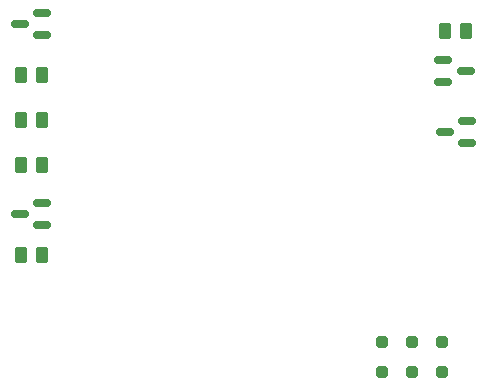
<source format=gtp>
%TF.GenerationSoftware,KiCad,Pcbnew,7.0.8*%
%TF.CreationDate,2023-11-02T17:35:01-07:00*%
%TF.ProjectId,RatGDO-OpenSource-D1Mini-ESP8266,52617447-444f-42d4-9f70-656e536f7572,rev?*%
%TF.SameCoordinates,Original*%
%TF.FileFunction,Paste,Top*%
%TF.FilePolarity,Positive*%
%FSLAX46Y46*%
G04 Gerber Fmt 4.6, Leading zero omitted, Abs format (unit mm)*
G04 Created by KiCad (PCBNEW 7.0.8) date 2023-11-02 17:35:01*
%MOMM*%
%LPD*%
G01*
G04 APERTURE LIST*
G04 Aperture macros list*
%AMRoundRect*
0 Rectangle with rounded corners*
0 $1 Rounding radius*
0 $2 $3 $4 $5 $6 $7 $8 $9 X,Y pos of 4 corners*
0 Add a 4 corners polygon primitive as box body*
4,1,4,$2,$3,$4,$5,$6,$7,$8,$9,$2,$3,0*
0 Add four circle primitives for the rounded corners*
1,1,$1+$1,$2,$3*
1,1,$1+$1,$4,$5*
1,1,$1+$1,$6,$7*
1,1,$1+$1,$8,$9*
0 Add four rect primitives between the rounded corners*
20,1,$1+$1,$2,$3,$4,$5,0*
20,1,$1+$1,$4,$5,$6,$7,0*
20,1,$1+$1,$6,$7,$8,$9,0*
20,1,$1+$1,$8,$9,$2,$3,0*%
G04 Aperture macros list end*
%ADD10RoundRect,0.150000X0.587500X0.150000X-0.587500X0.150000X-0.587500X-0.150000X0.587500X-0.150000X0*%
%ADD11RoundRect,0.250000X0.250000X-0.250000X0.250000X0.250000X-0.250000X0.250000X-0.250000X-0.250000X0*%
%ADD12RoundRect,0.250000X0.262500X0.450000X-0.262500X0.450000X-0.262500X-0.450000X0.262500X-0.450000X0*%
%ADD13RoundRect,0.250000X-0.262500X-0.450000X0.262500X-0.450000X0.262500X0.450000X-0.262500X0.450000X0*%
%ADD14RoundRect,0.150000X-0.587500X-0.150000X0.587500X-0.150000X0.587500X0.150000X-0.587500X0.150000X0*%
G04 APERTURE END LIST*
D10*
%TO.C,Q4*%
X124127500Y-87630000D03*
X124127500Y-85730000D03*
X122252500Y-86680000D03*
%TD*%
D11*
%TO.C,D3*%
X157988000Y-100056000D03*
X157988000Y-97556000D03*
%TD*%
%TO.C,D2*%
X155448000Y-100056000D03*
X155448000Y-97556000D03*
%TD*%
D12*
%TO.C,R5*%
X122277500Y-90170000D03*
X124102500Y-90170000D03*
%TD*%
%TO.C,R4*%
X124102500Y-74930000D03*
X122277500Y-74930000D03*
%TD*%
D10*
%TO.C,Q3*%
X124127500Y-71562000D03*
X124127500Y-69662000D03*
X122252500Y-70612000D03*
%TD*%
D11*
%TO.C,D1*%
X152908000Y-100056000D03*
X152908000Y-97556000D03*
%TD*%
D13*
%TO.C,R3*%
X158195000Y-71215222D03*
X160020000Y-71215222D03*
%TD*%
D14*
%TO.C,Q2*%
X158071757Y-73632843D03*
X158071757Y-75532843D03*
X159946757Y-74582843D03*
%TD*%
D10*
%TO.C,Q1*%
X160096200Y-80709515D03*
X160096200Y-78809515D03*
X158221200Y-79759515D03*
%TD*%
D12*
%TO.C,R2*%
X124102500Y-78740000D03*
X122277500Y-78740000D03*
%TD*%
D13*
%TO.C,R1*%
X122277500Y-82550000D03*
X124102500Y-82550000D03*
%TD*%
M02*

</source>
